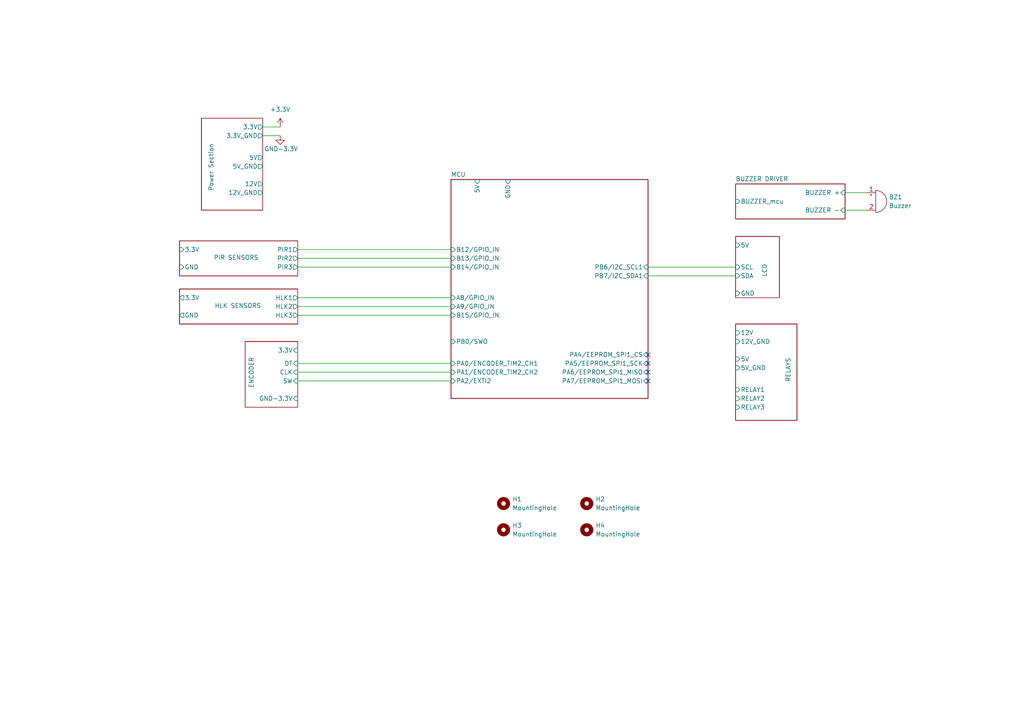
<source format=kicad_sch>
(kicad_sch
	(version 20250114)
	(generator "eeschema")
	(generator_version "9.0")
	(uuid "f41306b9-7b2a-47ad-8a6e-226fbfa024ae")
	(paper "A4")
	(lib_symbols
		(symbol "Device:Buzzer"
			(pin_names
				(offset 0.0254)
				(hide yes)
			)
			(exclude_from_sim no)
			(in_bom yes)
			(on_board yes)
			(property "Reference" "BZ"
				(at 3.81 1.27 0)
				(effects
					(font
						(size 1.27 1.27)
					)
					(justify left)
				)
			)
			(property "Value" "Buzzer"
				(at 3.81 -1.27 0)
				(effects
					(font
						(size 1.27 1.27)
					)
					(justify left)
				)
			)
			(property "Footprint" ""
				(at -0.635 2.54 90)
				(effects
					(font
						(size 1.27 1.27)
					)
					(hide yes)
				)
			)
			(property "Datasheet" "~"
				(at -0.635 2.54 90)
				(effects
					(font
						(size 1.27 1.27)
					)
					(hide yes)
				)
			)
			(property "Description" "Buzzer, polarized"
				(at 0 0 0)
				(effects
					(font
						(size 1.27 1.27)
					)
					(hide yes)
				)
			)
			(property "ki_keywords" "quartz resonator ceramic"
				(at 0 0 0)
				(effects
					(font
						(size 1.27 1.27)
					)
					(hide yes)
				)
			)
			(property "ki_fp_filters" "*Buzzer*"
				(at 0 0 0)
				(effects
					(font
						(size 1.27 1.27)
					)
					(hide yes)
				)
			)
			(symbol "Buzzer_0_1"
				(polyline
					(pts
						(xy -1.651 1.905) (xy -1.143 1.905)
					)
					(stroke
						(width 0)
						(type default)
					)
					(fill
						(type none)
					)
				)
				(polyline
					(pts
						(xy -1.397 2.159) (xy -1.397 1.651)
					)
					(stroke
						(width 0)
						(type default)
					)
					(fill
						(type none)
					)
				)
				(arc
					(start 0 3.175)
					(mid 3.1612 0)
					(end 0 -3.175)
					(stroke
						(width 0)
						(type default)
					)
					(fill
						(type none)
					)
				)
				(polyline
					(pts
						(xy 0 3.175) (xy 0 -3.175)
					)
					(stroke
						(width 0)
						(type default)
					)
					(fill
						(type none)
					)
				)
			)
			(symbol "Buzzer_1_1"
				(pin passive line
					(at -2.54 2.54 0)
					(length 2.54)
					(name "+"
						(effects
							(font
								(size 1.27 1.27)
							)
						)
					)
					(number "1"
						(effects
							(font
								(size 1.27 1.27)
							)
						)
					)
				)
				(pin passive line
					(at -2.54 -2.54 0)
					(length 2.54)
					(name "-"
						(effects
							(font
								(size 1.27 1.27)
							)
						)
					)
					(number "2"
						(effects
							(font
								(size 1.27 1.27)
							)
						)
					)
				)
			)
			(embedded_fonts no)
		)
		(symbol "Mechanical:MountingHole"
			(pin_names
				(offset 1.016)
			)
			(exclude_from_sim no)
			(in_bom no)
			(on_board yes)
			(property "Reference" "H"
				(at 0 5.08 0)
				(effects
					(font
						(size 1.27 1.27)
					)
				)
			)
			(property "Value" "MountingHole"
				(at 0 3.175 0)
				(effects
					(font
						(size 1.27 1.27)
					)
				)
			)
			(property "Footprint" ""
				(at 0 0 0)
				(effects
					(font
						(size 1.27 1.27)
					)
					(hide yes)
				)
			)
			(property "Datasheet" "~"
				(at 0 0 0)
				(effects
					(font
						(size 1.27 1.27)
					)
					(hide yes)
				)
			)
			(property "Description" "Mounting Hole without connection"
				(at 0 0 0)
				(effects
					(font
						(size 1.27 1.27)
					)
					(hide yes)
				)
			)
			(property "ki_keywords" "mounting hole"
				(at 0 0 0)
				(effects
					(font
						(size 1.27 1.27)
					)
					(hide yes)
				)
			)
			(property "ki_fp_filters" "MountingHole*"
				(at 0 0 0)
				(effects
					(font
						(size 1.27 1.27)
					)
					(hide yes)
				)
			)
			(symbol "MountingHole_0_1"
				(circle
					(center 0 0)
					(radius 1.27)
					(stroke
						(width 1.27)
						(type default)
					)
					(fill
						(type none)
					)
				)
			)
			(embedded_fonts no)
		)
		(symbol "power:+3.3V"
			(power)
			(pin_numbers
				(hide yes)
			)
			(pin_names
				(offset 0)
				(hide yes)
			)
			(exclude_from_sim no)
			(in_bom yes)
			(on_board yes)
			(property "Reference" "#PWR"
				(at 0 -3.81 0)
				(effects
					(font
						(size 1.27 1.27)
					)
					(hide yes)
				)
			)
			(property "Value" "+3.3V"
				(at 0 3.556 0)
				(effects
					(font
						(size 1.27 1.27)
					)
				)
			)
			(property "Footprint" ""
				(at 0 0 0)
				(effects
					(font
						(size 1.27 1.27)
					)
					(hide yes)
				)
			)
			(property "Datasheet" ""
				(at 0 0 0)
				(effects
					(font
						(size 1.27 1.27)
					)
					(hide yes)
				)
			)
			(property "Description" "Power symbol creates a global label with name \"+3.3V\""
				(at 0 0 0)
				(effects
					(font
						(size 1.27 1.27)
					)
					(hide yes)
				)
			)
			(property "ki_keywords" "global power"
				(at 0 0 0)
				(effects
					(font
						(size 1.27 1.27)
					)
					(hide yes)
				)
			)
			(symbol "+3.3V_0_1"
				(polyline
					(pts
						(xy -0.762 1.27) (xy 0 2.54)
					)
					(stroke
						(width 0)
						(type default)
					)
					(fill
						(type none)
					)
				)
				(polyline
					(pts
						(xy 0 2.54) (xy 0.762 1.27)
					)
					(stroke
						(width 0)
						(type default)
					)
					(fill
						(type none)
					)
				)
				(polyline
					(pts
						(xy 0 0) (xy 0 2.54)
					)
					(stroke
						(width 0)
						(type default)
					)
					(fill
						(type none)
					)
				)
			)
			(symbol "+3.3V_1_1"
				(pin power_in line
					(at 0 0 90)
					(length 0)
					(name "~"
						(effects
							(font
								(size 1.27 1.27)
							)
						)
					)
					(number "1"
						(effects
							(font
								(size 1.27 1.27)
							)
						)
					)
				)
			)
			(embedded_fonts no)
		)
		(symbol "power:GND"
			(power)
			(pin_numbers
				(hide yes)
			)
			(pin_names
				(offset 0)
				(hide yes)
			)
			(exclude_from_sim no)
			(in_bom yes)
			(on_board yes)
			(property "Reference" "#PWR"
				(at 0 -6.35 0)
				(effects
					(font
						(size 1.27 1.27)
					)
					(hide yes)
				)
			)
			(property "Value" "GND"
				(at 0 -3.81 0)
				(effects
					(font
						(size 1.27 1.27)
					)
				)
			)
			(property "Footprint" ""
				(at 0 0 0)
				(effects
					(font
						(size 1.27 1.27)
					)
					(hide yes)
				)
			)
			(property "Datasheet" ""
				(at 0 0 0)
				(effects
					(font
						(size 1.27 1.27)
					)
					(hide yes)
				)
			)
			(property "Description" "Power symbol creates a global label with name \"GND\" , ground"
				(at 0 0 0)
				(effects
					(font
						(size 1.27 1.27)
					)
					(hide yes)
				)
			)
			(property "ki_keywords" "global power"
				(at 0 0 0)
				(effects
					(font
						(size 1.27 1.27)
					)
					(hide yes)
				)
			)
			(symbol "GND_0_1"
				(polyline
					(pts
						(xy 0 0) (xy 0 -1.27) (xy 1.27 -1.27) (xy 0 -2.54) (xy -1.27 -1.27) (xy 0 -1.27)
					)
					(stroke
						(width 0)
						(type default)
					)
					(fill
						(type none)
					)
				)
			)
			(symbol "GND_1_1"
				(pin power_in line
					(at 0 0 270)
					(length 0)
					(name "~"
						(effects
							(font
								(size 1.27 1.27)
							)
						)
					)
					(number "1"
						(effects
							(font
								(size 1.27 1.27)
							)
						)
					)
				)
			)
			(embedded_fonts no)
		)
	)
	(no_connect
		(at 187.96 105.41)
		(uuid "1bf2c07f-8a06-42b0-bccf-05ad23cc9892")
	)
	(no_connect
		(at 187.96 110.49)
		(uuid "48758803-3732-4fde-a933-3007e1612dc3")
	)
	(no_connect
		(at 187.96 107.95)
		(uuid "ad1317f9-89dc-45b4-b14c-aa701fd777d1")
	)
	(no_connect
		(at 187.96 102.87)
		(uuid "c93f285b-3498-4da4-bac9-c85df13b7e43")
	)
	(wire
		(pts
			(xy 86.36 74.93) (xy 130.81 74.93)
		)
		(stroke
			(width 0)
			(type default)
		)
		(uuid "2a4eafad-4792-4c2e-8e30-0802b8945b1e")
	)
	(wire
		(pts
			(xy 187.96 77.47) (xy 213.36 77.47)
		)
		(stroke
			(width 0)
			(type default)
		)
		(uuid "5850457b-21bd-43d8-9c22-6d05cf2fa29c")
	)
	(wire
		(pts
			(xy 86.36 88.9) (xy 130.81 88.9)
		)
		(stroke
			(width 0)
			(type default)
		)
		(uuid "5d31337e-67e8-4346-a176-9ea5f20c4f65")
	)
	(wire
		(pts
			(xy 86.36 77.47) (xy 130.81 77.47)
		)
		(stroke
			(width 0)
			(type default)
		)
		(uuid "614c904c-6f44-43a7-9463-e2507995c705")
	)
	(wire
		(pts
			(xy 187.96 80.01) (xy 213.36 80.01)
		)
		(stroke
			(width 0)
			(type default)
		)
		(uuid "649f9a57-9711-47a5-9d3e-19fb42146081")
	)
	(wire
		(pts
			(xy 245.11 55.88) (xy 251.46 55.88)
		)
		(stroke
			(width 0)
			(type default)
		)
		(uuid "6fcbfeed-a084-4962-b0fd-ece5a44a07dc")
	)
	(wire
		(pts
			(xy 86.36 110.49) (xy 130.81 110.49)
		)
		(stroke
			(width 0)
			(type default)
		)
		(uuid "72048ae6-382b-48c1-92fa-f976147e5802")
	)
	(wire
		(pts
			(xy 245.11 60.96) (xy 251.46 60.96)
		)
		(stroke
			(width 0)
			(type default)
		)
		(uuid "7a4349b6-9881-45d8-a071-3ee20e09d838")
	)
	(wire
		(pts
			(xy 86.36 107.95) (xy 130.81 107.95)
		)
		(stroke
			(width 0)
			(type default)
		)
		(uuid "7c61100a-9f3c-4d5b-b13d-45e0f6362834")
	)
	(wire
		(pts
			(xy 86.36 86.36) (xy 130.81 86.36)
		)
		(stroke
			(width 0)
			(type default)
		)
		(uuid "8f7987ef-f527-4895-8582-e07285b4f241")
	)
	(wire
		(pts
			(xy 86.36 105.41) (xy 130.81 105.41)
		)
		(stroke
			(width 0)
			(type default)
		)
		(uuid "91cc1475-64dd-470c-80cb-2c6b3782cd9f")
	)
	(wire
		(pts
			(xy 86.36 91.44) (xy 130.81 91.44)
		)
		(stroke
			(width 0)
			(type default)
		)
		(uuid "9aec7131-d822-4eeb-99a4-d868692b4f9b")
	)
	(wire
		(pts
			(xy 76.2 36.83) (xy 81.28 36.83)
		)
		(stroke
			(width 0)
			(type default)
		)
		(uuid "9b13c4f4-1180-452b-9ac0-5ca616ec055f")
	)
	(wire
		(pts
			(xy 76.2 39.37) (xy 81.28 39.37)
		)
		(stroke
			(width 0)
			(type default)
		)
		(uuid "bd9716f2-b19a-4d68-9045-bef2a475cadc")
	)
	(wire
		(pts
			(xy 86.36 72.39) (xy 130.81 72.39)
		)
		(stroke
			(width 0)
			(type default)
		)
		(uuid "ec2e0a06-e042-4fef-9046-005d30c3d27b")
	)
	(symbol
		(lib_id "Mechanical:MountingHole")
		(at 170.18 153.67 0)
		(unit 1)
		(exclude_from_sim no)
		(in_bom no)
		(on_board yes)
		(dnp no)
		(fields_autoplaced yes)
		(uuid "8e376da8-5e2c-4037-a96d-f58c0e4f4890")
		(property "Reference" "H4"
			(at 172.72 152.3999 0)
			(effects
				(font
					(size 1.27 1.27)
				)
				(justify left)
			)
		)
		(property "Value" "MountingHole"
			(at 172.72 154.9399 0)
			(effects
				(font
					(size 1.27 1.27)
				)
				(justify left)
			)
		)
		(property "Footprint" "MountingHole:MountingHole_4.3mm_M4"
			(at 170.18 153.67 0)
			(effects
				(font
					(size 1.27 1.27)
				)
				(hide yes)
			)
		)
		(property "Datasheet" "~"
			(at 170.18 153.67 0)
			(effects
				(font
					(size 1.27 1.27)
				)
				(hide yes)
			)
		)
		(property "Description" "Mounting Hole without connection"
			(at 170.18 153.67 0)
			(effects
				(font
					(size 1.27 1.27)
				)
				(hide yes)
			)
		)
		(instances
			(project "UV360"
				(path "/f41306b9-7b2a-47ad-8a6e-226fbfa024ae"
					(reference "H4")
					(unit 1)
				)
			)
		)
	)
	(symbol
		(lib_id "Mechanical:MountingHole")
		(at 146.05 153.67 0)
		(unit 1)
		(exclude_from_sim no)
		(in_bom no)
		(on_board yes)
		(dnp no)
		(fields_autoplaced yes)
		(uuid "8ec5c77a-4f93-445a-9a4c-b3c86e9a3e96")
		(property "Reference" "H3"
			(at 148.59 152.3999 0)
			(effects
				(font
					(size 1.27 1.27)
				)
				(justify left)
			)
		)
		(property "Value" "MountingHole"
			(at 148.59 154.9399 0)
			(effects
				(font
					(size 1.27 1.27)
				)
				(justify left)
			)
		)
		(property "Footprint" "MountingHole:MountingHole_4.3mm_M4"
			(at 146.05 153.67 0)
			(effects
				(font
					(size 1.27 1.27)
				)
				(hide yes)
			)
		)
		(property "Datasheet" "~"
			(at 146.05 153.67 0)
			(effects
				(font
					(size 1.27 1.27)
				)
				(hide yes)
			)
		)
		(property "Description" "Mounting Hole without connection"
			(at 146.05 153.67 0)
			(effects
				(font
					(size 1.27 1.27)
				)
				(hide yes)
			)
		)
		(instances
			(project "UV360"
				(path "/f41306b9-7b2a-47ad-8a6e-226fbfa024ae"
					(reference "H3")
					(unit 1)
				)
			)
		)
	)
	(symbol
		(lib_id "Mechanical:MountingHole")
		(at 170.18 146.05 0)
		(unit 1)
		(exclude_from_sim no)
		(in_bom no)
		(on_board yes)
		(dnp no)
		(fields_autoplaced yes)
		(uuid "b772f836-2bed-41c5-a16a-f5b57590c3d9")
		(property "Reference" "H2"
			(at 172.72 144.7799 0)
			(effects
				(font
					(size 1.27 1.27)
				)
				(justify left)
			)
		)
		(property "Value" "MountingHole"
			(at 172.72 147.3199 0)
			(effects
				(font
					(size 1.27 1.27)
				)
				(justify left)
			)
		)
		(property "Footprint" "MountingHole:MountingHole_4.3mm_M4"
			(at 170.18 146.05 0)
			(effects
				(font
					(size 1.27 1.27)
				)
				(hide yes)
			)
		)
		(property "Datasheet" "~"
			(at 170.18 146.05 0)
			(effects
				(font
					(size 1.27 1.27)
				)
				(hide yes)
			)
		)
		(property "Description" "Mounting Hole without connection"
			(at 170.18 146.05 0)
			(effects
				(font
					(size 1.27 1.27)
				)
				(hide yes)
			)
		)
		(instances
			(project "UV360"
				(path "/f41306b9-7b2a-47ad-8a6e-226fbfa024ae"
					(reference "H2")
					(unit 1)
				)
			)
		)
	)
	(symbol
		(lib_id "Device:Buzzer")
		(at 254 58.42 0)
		(unit 1)
		(exclude_from_sim no)
		(in_bom yes)
		(on_board yes)
		(dnp no)
		(fields_autoplaced yes)
		(uuid "c64b3e36-c418-4e22-969f-57e8c3799b84")
		(property "Reference" "BZ1"
			(at 257.81 57.1499 0)
			(effects
				(font
					(size 1.27 1.27)
				)
				(justify left)
			)
		)
		(property "Value" "Buzzer"
			(at 257.81 59.6899 0)
			(effects
				(font
					(size 1.27 1.27)
				)
				(justify left)
			)
		)
		(property "Footprint" "Buzzer_Beeper:Buzzer_12x9.5RM7.6"
			(at 253.365 55.88 90)
			(effects
				(font
					(size 1.27 1.27)
				)
				(hide yes)
			)
		)
		(property "Datasheet" "~"
			(at 253.365 55.88 90)
			(effects
				(font
					(size 1.27 1.27)
				)
				(hide yes)
			)
		)
		(property "Description" "Buzzer, polarized"
			(at 254 58.42 0)
			(effects
				(font
					(size 1.27 1.27)
				)
				(hide yes)
			)
		)
		(pin "1"
			(uuid "a91673f3-fe5f-4ae4-a7d4-7dee53211486")
		)
		(pin "2"
			(uuid "4864fa47-0e22-4fd2-be92-579a545dd62e")
		)
		(instances
			(project "UV360"
				(path "/f41306b9-7b2a-47ad-8a6e-226fbfa024ae"
					(reference "BZ1")
					(unit 1)
				)
			)
		)
	)
	(symbol
		(lib_id "power:GND")
		(at 81.28 39.37 0)
		(unit 1)
		(exclude_from_sim no)
		(in_bom yes)
		(on_board yes)
		(dnp no)
		(uuid "ca718584-3415-45c8-8439-950150fafdeb")
		(property "Reference" "#PWR02"
			(at 81.28 45.72 0)
			(effects
				(font
					(size 1.27 1.27)
				)
				(hide yes)
			)
		)
		(property "Value" "GND-3.3V"
			(at 81.534 43.18 0)
			(effects
				(font
					(size 1.27 1.27)
				)
			)
		)
		(property "Footprint" ""
			(at 81.28 39.37 0)
			(effects
				(font
					(size 1.27 1.27)
				)
				(hide yes)
			)
		)
		(property "Datasheet" ""
			(at 81.28 39.37 0)
			(effects
				(font
					(size 1.27 1.27)
				)
				(hide yes)
			)
		)
		(property "Description" "Power symbol creates a global label with name \"GND\" , ground"
			(at 81.28 39.37 0)
			(effects
				(font
					(size 1.27 1.27)
				)
				(hide yes)
			)
		)
		(pin "1"
			(uuid "e66d00dd-b653-4504-8e0a-5c810dc22125")
		)
		(instances
			(project ""
				(path "/f41306b9-7b2a-47ad-8a6e-226fbfa024ae"
					(reference "#PWR02")
					(unit 1)
				)
			)
		)
	)
	(symbol
		(lib_id "power:+3.3V")
		(at 81.28 36.83 0)
		(unit 1)
		(exclude_from_sim no)
		(in_bom yes)
		(on_board yes)
		(dnp no)
		(fields_autoplaced yes)
		(uuid "e5028b69-c5f2-43ec-a52b-2695799455fd")
		(property "Reference" "#PWR01"
			(at 81.28 40.64 0)
			(effects
				(font
					(size 1.27 1.27)
				)
				(hide yes)
			)
		)
		(property "Value" "+3.3V"
			(at 81.28 31.75 0)
			(effects
				(font
					(size 1.27 1.27)
				)
			)
		)
		(property "Footprint" ""
			(at 81.28 36.83 0)
			(effects
				(font
					(size 1.27 1.27)
				)
				(hide yes)
			)
		)
		(property "Datasheet" ""
			(at 81.28 36.83 0)
			(effects
				(font
					(size 1.27 1.27)
				)
				(hide yes)
			)
		)
		(property "Description" "Power symbol creates a global label with name \"+3.3V\""
			(at 81.28 36.83 0)
			(effects
				(font
					(size 1.27 1.27)
				)
				(hide yes)
			)
		)
		(pin "1"
			(uuid "c921caae-3373-4f2c-bcc0-38ecadd449d3")
		)
		(instances
			(project ""
				(path "/f41306b9-7b2a-47ad-8a6e-226fbfa024ae"
					(reference "#PWR01")
					(unit 1)
				)
			)
		)
	)
	(symbol
		(lib_id "Mechanical:MountingHole")
		(at 146.05 146.05 0)
		(unit 1)
		(exclude_from_sim no)
		(in_bom no)
		(on_board yes)
		(dnp no)
		(fields_autoplaced yes)
		(uuid "f35b81fd-bc9f-4894-ba07-c968eb79add7")
		(property "Reference" "H1"
			(at 148.59 144.7799 0)
			(effects
				(font
					(size 1.27 1.27)
				)
				(justify left)
			)
		)
		(property "Value" "MountingHole"
			(at 148.59 147.3199 0)
			(effects
				(font
					(size 1.27 1.27)
				)
				(justify left)
			)
		)
		(property "Footprint" "MountingHole:MountingHole_4.3mm_M4"
			(at 146.05 146.05 0)
			(effects
				(font
					(size 1.27 1.27)
				)
				(hide yes)
			)
		)
		(property "Datasheet" "~"
			(at 146.05 146.05 0)
			(effects
				(font
					(size 1.27 1.27)
				)
				(hide yes)
			)
		)
		(property "Description" "Mounting Hole without connection"
			(at 146.05 146.05 0)
			(effects
				(font
					(size 1.27 1.27)
				)
				(hide yes)
			)
		)
		(instances
			(project "UV360"
				(path "/f41306b9-7b2a-47ad-8a6e-226fbfa024ae"
					(reference "H1")
					(unit 1)
				)
			)
		)
	)
	(sheet
		(at 52.07 83.82)
		(size 34.29 10.16)
		(exclude_from_sim no)
		(in_bom yes)
		(on_board yes)
		(dnp no)
		(stroke
			(width 0.1524)
			(type solid)
		)
		(fill
			(color 0 0 0 0.0000)
		)
		(uuid "11559f8b-857b-4588-b471-2a85320dba3f")
		(property "Sheetname" "HLK SENSORS"
			(at 62.23 89.408 0)
			(effects
				(font
					(size 1.27 1.27)
				)
				(justify left bottom)
			)
		)
		(property "Sheetfile" "hlk_sensors.kicad_sch"
			(at 52.07 97.1046 0)
			(effects
				(font
					(size 1.27 1.27)
				)
				(justify left top)
				(hide yes)
			)
		)
		(pin "HLK1" output
			(at 86.36 86.36 0)
			(uuid "cb844d65-96c2-445e-96fa-2fdb1357a44a")
			(effects
				(font
					(size 1.27 1.27)
				)
				(justify right)
			)
		)
		(pin "HLK2" output
			(at 86.36 88.9 0)
			(uuid "8f8daae4-ce57-4368-84cf-7ea5e7b2391a")
			(effects
				(font
					(size 1.27 1.27)
				)
				(justify right)
			)
		)
		(pin "HLK3" output
			(at 86.36 91.44 0)
			(uuid "69369fdf-a9e6-4266-bf2e-41f4c38f2859")
			(effects
				(font
					(size 1.27 1.27)
				)
				(justify right)
			)
		)
		(pin "3.3V" output
			(at 52.07 86.36 180)
			(uuid "5bb45f5c-246b-4602-89cf-68d675e2e536")
			(effects
				(font
					(size 1.27 1.27)
				)
				(justify left)
			)
		)
		(pin "GND" output
			(at 52.07 91.44 180)
			(uuid "aca8ce33-4b2d-4a5f-aa74-774553f8eb94")
			(effects
				(font
					(size 1.27 1.27)
				)
				(justify left)
			)
		)
		(instances
			(project "UV360"
				(path "/f41306b9-7b2a-47ad-8a6e-226fbfa024ae"
					(page "4")
				)
			)
		)
	)
	(sheet
		(at 58.42 34.29)
		(size 17.78 26.67)
		(exclude_from_sim no)
		(in_bom yes)
		(on_board yes)
		(dnp no)
		(stroke
			(width 0.1524)
			(type solid)
		)
		(fill
			(color 0 0 0 0.0000)
		)
		(uuid "2238c2cb-1cbe-4b05-8ab7-3f665ba8c847")
		(property "Sheetname" "Power Section"
			(at 61.976 55.372 90)
			(effects
				(font
					(size 1.27 1.27)
				)
				(justify left bottom)
			)
		)
		(property "Sheetfile" "power_section.kicad_sch"
			(at 58.42 55.1946 0)
			(effects
				(font
					(size 1.27 1.27)
				)
				(justify left top)
				(hide yes)
			)
		)
		(pin "3.3V" output
			(at 76.2 36.83 0)
			(uuid "90cd23b1-a207-4552-a9f9-4e6fb45d266f")
			(effects
				(font
					(size 1.27 1.27)
				)
				(justify right)
			)
		)
		(pin "3.3V_GND" output
			(at 76.2 39.37 0)
			(uuid "6b19efeb-f5e6-4d21-aa95-ae806af4a1de")
			(effects
				(font
					(size 1.27 1.27)
				)
				(justify right)
			)
		)
		(pin "5V" output
			(at 76.2 45.72 0)
			(uuid "fc72536a-1521-4111-9806-ed5b28bd2fe3")
			(effects
				(font
					(size 1.27 1.27)
				)
				(justify right)
			)
		)
		(pin "5V_GND" output
			(at 76.2 48.26 0)
			(uuid "8144962e-ab51-4994-8e3d-eede6648224f")
			(effects
				(font
					(size 1.27 1.27)
				)
				(justify right)
			)
		)
		(pin "12V" output
			(at 76.2 53.34 0)
			(uuid "9ea583cf-0936-4c19-be1d-e9eaf59c29dc")
			(effects
				(font
					(size 1.27 1.27)
				)
				(justify right)
			)
		)
		(pin "12V_GND" output
			(at 76.2 55.88 0)
			(uuid "8b5969a5-9acf-471e-894f-bbf81e214c3b")
			(effects
				(font
					(size 1.27 1.27)
				)
				(justify right)
			)
		)
		(instances
			(project "UV360"
				(path "/f41306b9-7b2a-47ad-8a6e-226fbfa024ae"
					(page "8")
				)
			)
		)
	)
	(sheet
		(at 213.36 53.34)
		(size 31.75 10.16)
		(exclude_from_sim no)
		(in_bom yes)
		(on_board yes)
		(dnp no)
		(fields_autoplaced yes)
		(stroke
			(width 0.1524)
			(type solid)
		)
		(fill
			(color 0 0 0 0.0000)
		)
		(uuid "5066033e-e1b9-4cfc-b622-592b58f9064f")
		(property "Sheetname" "BUZZER DRIVER"
			(at 213.36 52.6284 0)
			(effects
				(font
					(size 1.27 1.27)
				)
				(justify left bottom)
			)
		)
		(property "Sheetfile" "buzzer driver.kicad_sch"
			(at 213.36 64.0846 0)
			(effects
				(font
					(size 1.27 1.27)
				)
				(justify left top)
				(hide yes)
			)
		)
		(pin "BUZZER +" input
			(at 245.11 55.88 0)
			(uuid "5d778d6e-748c-4e04-be7a-8b1eba03e3e1")
			(effects
				(font
					(size 1.27 1.27)
				)
				(justify right)
			)
		)
		(pin "BUZZER -" input
			(at 245.11 60.96 0)
			(uuid "9cc1a046-8e00-43fb-a148-1749e4e43dd0")
			(effects
				(font
					(size 1.27 1.27)
				)
				(justify right)
			)
		)
		(pin "BUZZER_mcu" input
			(at 213.36 58.42 180)
			(uuid "14e1ca55-c282-470e-ab51-6dde82505d0e")
			(effects
				(font
					(size 1.27 1.27)
				)
				(justify left)
			)
		)
		(instances
			(project "UV360"
				(path "/f41306b9-7b2a-47ad-8a6e-226fbfa024ae"
					(page "2")
				)
			)
		)
	)
	(sheet
		(at 52.07 69.85)
		(size 34.29 10.16)
		(exclude_from_sim no)
		(in_bom yes)
		(on_board yes)
		(dnp no)
		(stroke
			(width 0.1524)
			(type solid)
		)
		(fill
			(color 0 0 0 0.0000)
		)
		(uuid "5235c0b2-ed00-4052-87b3-aafa4437d860")
		(property "Sheetname" "PIR SENSORS"
			(at 61.976 75.438 0)
			(effects
				(font
					(size 1.27 1.27)
				)
				(justify left bottom)
			)
		)
		(property "Sheetfile" "pir_sensors.kicad_sch"
			(at 52.07 81.8646 0)
			(effects
				(font
					(size 1.27 1.27)
				)
				(justify left top)
				(hide yes)
			)
		)
		(pin "PIR1" output
			(at 86.36 72.39 0)
			(uuid "33eeb874-96e5-4eca-9589-8b6f2b493dfc")
			(effects
				(font
					(size 1.27 1.27)
				)
				(justify right)
			)
		)
		(pin "PIR2" output
			(at 86.36 74.93 0)
			(uuid "408797b9-9cfa-432f-a7f1-0d065381162e")
			(effects
				(font
					(size 1.27 1.27)
				)
				(justify right)
			)
		)
		(pin "PIR3" output
			(at 86.36 77.47 0)
			(uuid "176c5b8a-a6d6-494d-874b-dcdd23fda2cb")
			(effects
				(font
					(size 1.27 1.27)
				)
				(justify right)
			)
		)
		(pin "3.3V" input
			(at 52.07 72.39 180)
			(uuid "02502962-95ac-4d0b-9135-603135cfc16f")
			(effects
				(font
					(size 1.27 1.27)
				)
				(justify left)
			)
		)
		(pin "GND" input
			(at 52.07 77.47 180)
			(uuid "47dfcfae-036c-4027-98d0-f4940386c43a")
			(effects
				(font
					(size 1.27 1.27)
				)
				(justify left)
			)
		)
		(instances
			(project "UV360"
				(path "/f41306b9-7b2a-47ad-8a6e-226fbfa024ae"
					(page "7")
				)
			)
		)
	)
	(sheet
		(at 213.36 93.98)
		(size 17.78 27.94)
		(exclude_from_sim no)
		(in_bom yes)
		(on_board yes)
		(dnp no)
		(stroke
			(width 0.1524)
			(type solid)
		)
		(fill
			(color 0 0 0 0.0000)
		)
		(uuid "71c6869c-4437-4a0b-9134-bccbb94230d1")
		(property "Sheetname" "RELAYS"
			(at 229.362 110.744 90)
			(effects
				(font
					(size 1.27 1.27)
				)
				(justify left bottom)
			)
		)
		(property "Sheetfile" "relays.kicad_sch"
			(at 213.36 123.7746 0)
			(effects
				(font
					(size 1.27 1.27)
				)
				(justify left top)
				(hide yes)
			)
		)
		(pin "RELAY1" input
			(at 213.36 113.03 180)
			(uuid "d0df789f-426c-4d53-ad90-31525878e34b")
			(effects
				(font
					(size 1.27 1.27)
				)
				(justify left)
			)
		)
		(pin "RELAY2" input
			(at 213.36 115.57 180)
			(uuid "b0e664e0-61aa-495a-9a2e-61bbcef376a3")
			(effects
				(font
					(size 1.27 1.27)
				)
				(justify left)
			)
		)
		(pin "RELAY3" input
			(at 213.36 118.11 180)
			(uuid "a3c2f4de-a474-4506-a329-b6f773b3af7b")
			(effects
				(font
					(size 1.27 1.27)
				)
				(justify left)
			)
		)
		(pin "5V" input
			(at 213.36 104.14 180)
			(uuid "1ba6f2a7-4aa0-4eda-8c5c-94542a9e8dc3")
			(effects
				(font
					(size 1.27 1.27)
				)
				(justify left)
			)
		)
		(pin "5V_GND" input
			(at 213.36 106.68 180)
			(uuid "cb37bece-7108-45f9-9800-f85043c4a5d5")
			(effects
				(font
					(size 1.27 1.27)
				)
				(justify left)
			)
		)
		(pin "12V" input
			(at 213.36 96.52 180)
			(uuid "65b3a693-5b2b-4abb-b4ec-22ef3173db7e")
			(effects
				(font
					(size 1.27 1.27)
				)
				(justify left)
			)
		)
		(pin "12V_GND" input
			(at 213.36 99.06 180)
			(uuid "197b166a-bf98-4cb6-8500-e61221bf7d7d")
			(effects
				(font
					(size 1.27 1.27)
				)
				(justify left)
			)
		)
		(instances
			(project "UV360"
				(path "/f41306b9-7b2a-47ad-8a6e-226fbfa024ae"
					(page "9")
				)
			)
		)
	)
	(sheet
		(at 213.36 68.58)
		(size 12.7 17.78)
		(exclude_from_sim no)
		(in_bom yes)
		(on_board yes)
		(dnp no)
		(stroke
			(width 0.1524)
			(type solid)
		)
		(fill
			(color 0 0 0 0.0000)
		)
		(uuid "862a89cd-6987-49ab-92a1-73fd51506e34")
		(property "Sheetname" "LCD"
			(at 222.504 80.264 90)
			(effects
				(font
					(size 1.27 1.27)
				)
				(justify left bottom)
			)
		)
		(property "Sheetfile" "lcd.kicad_sch"
			(at 213.36 84.4046 0)
			(effects
				(font
					(size 1.27 1.27)
				)
				(justify left top)
				(hide yes)
			)
		)
		(pin "5V" input
			(at 213.36 71.12 180)
			(uuid "e1628339-270a-463f-8283-e91d24a98895")
			(effects
				(font
					(size 1.27 1.27)
				)
				(justify left)
			)
		)
		(pin "GND" input
			(at 213.36 85.09 180)
			(uuid "4217809a-9213-4f5c-9baa-0e2974879443")
			(effects
				(font
					(size 1.27 1.27)
				)
				(justify left)
			)
		)
		(pin "SCL" input
			(at 213.36 77.47 180)
			(uuid "8fe17864-564c-4719-a2a8-74727e1e2038")
			(effects
				(font
					(size 1.27 1.27)
				)
				(justify left)
			)
		)
		(pin "SDA" input
			(at 213.36 80.01 180)
			(uuid "111c9f23-6fa5-4a14-9288-1f6f7ae6dcb4")
			(effects
				(font
					(size 1.27 1.27)
				)
				(justify left)
			)
		)
		(instances
			(project "UV360"
				(path "/f41306b9-7b2a-47ad-8a6e-226fbfa024ae"
					(page "5")
				)
			)
		)
	)
	(sheet
		(at 71.12 99.06)
		(size 15.24 19.05)
		(exclude_from_sim no)
		(in_bom yes)
		(on_board yes)
		(dnp no)
		(stroke
			(width 0.1524)
			(type solid)
		)
		(fill
			(color 0 0 0 0.0000)
		)
		(uuid "f30efa66-8311-4030-9231-c97b58e79542")
		(property "Sheetname" "ENCODER"
			(at 73.66 112.522 90)
			(effects
				(font
					(size 1.27 1.27)
				)
				(justify left bottom)
			)
		)
		(property "Sheetfile" "encoder.kicad_sch"
			(at 71.12 117.4246 0)
			(effects
				(font
					(size 1.27 1.27)
				)
				(justify left top)
				(hide yes)
			)
		)
		(pin "3.3V" input
			(at 86.36 101.6 0)
			(uuid "1d7eb43a-f166-4e60-9487-27e7beef286a")
			(effects
				(font
					(size 1.27 1.27)
				)
				(justify right)
			)
		)
		(pin "CLK" input
			(at 86.36 107.95 0)
			(uuid "46cc858b-4578-4797-a895-c24b85b8955e")
			(effects
				(font
					(size 1.27 1.27)
				)
				(justify right)
			)
		)
		(pin "DT" input
			(at 86.36 105.41 0)
			(uuid "d03d1f78-c966-4b44-9f8a-50826128f560")
			(effects
				(font
					(size 1.27 1.27)
				)
				(justify right)
			)
		)
		(pin "GND-3.3V" input
			(at 86.36 115.57 0)
			(uuid "ee93a318-3dbe-446b-887f-bf0355a83f53")
			(effects
				(font
					(size 1.27 1.27)
				)
				(justify right)
			)
		)
		(pin "SW" input
			(at 86.36 110.49 0)
			(uuid "ee63f516-5c35-4bb6-ac77-7675da28b4c5")
			(effects
				(font
					(size 1.27 1.27)
				)
				(justify right)
			)
		)
		(instances
			(project "UV360"
				(path "/f41306b9-7b2a-47ad-8a6e-226fbfa024ae"
					(page "3")
				)
			)
		)
	)
	(sheet
		(at 130.81 52.07)
		(size 57.15 63.5)
		(exclude_from_sim no)
		(in_bom yes)
		(on_board yes)
		(dnp no)
		(fields_autoplaced yes)
		(stroke
			(width 0.1524)
			(type solid)
		)
		(fill
			(color 0 0 0 0.0000)
		)
		(uuid "f4d82b3a-bbb4-4fe5-a2df-8794b99835a2")
		(property "Sheetname" "MCU"
			(at 130.81 51.3584 0)
			(effects
				(font
					(size 1.27 1.27)
				)
				(justify left bottom)
			)
		)
		(property "Sheetfile" "mcu.kicad_sch"
			(at 130.81 116.1546 0)
			(effects
				(font
					(size 1.27 1.27)
				)
				(justify left top)
				(hide yes)
			)
		)
		(pin "5V" input
			(at 138.43 52.07 90)
			(uuid "0c0ca2e5-dc62-4533-ae3c-6acb749e6a6d")
			(effects
				(font
					(size 1.27 1.27)
				)
				(justify right)
			)
		)
		(pin "GND" input
			(at 147.32 52.07 90)
			(uuid "da9963e6-c779-469a-bcd0-35e05c043c83")
			(effects
				(font
					(size 1.27 1.27)
				)
				(justify right)
			)
		)
		(pin "PA0{slash}ENCODER_TIM2_CH1" input
			(at 130.81 105.41 180)
			(uuid "64fea16e-568a-4cb6-ade1-72b893510647")
			(effects
				(font
					(size 1.27 1.27)
				)
				(justify left)
			)
		)
		(pin "PA1{slash}ENCODER_TIM2_CH2" input
			(at 130.81 107.95 180)
			(uuid "c4d6b2b6-21f7-44e7-8a8d-a799943244ef")
			(effects
				(font
					(size 1.27 1.27)
				)
				(justify left)
			)
		)
		(pin "PA2{slash}EXTI2" input
			(at 130.81 110.49 180)
			(uuid "909b8551-4bf9-4f23-8215-5524674146e2")
			(effects
				(font
					(size 1.27 1.27)
				)
				(justify left)
			)
		)
		(pin "PA4{slash}EEPROM_SPI1_CS" input
			(at 187.96 102.87 0)
			(uuid "6e8bd6a0-4b9e-49e2-bed8-9888318b88ff")
			(effects
				(font
					(size 1.27 1.27)
				)
				(justify right)
			)
		)
		(pin "PA5{slash}EEPROM_SPI1_SCK" input
			(at 187.96 105.41 0)
			(uuid "d5edcecf-97f3-4d0b-b48e-6524f87b13ee")
			(effects
				(font
					(size 1.27 1.27)
				)
				(justify right)
			)
		)
		(pin "PA6{slash}EEPROM_SPI1_MISO" input
			(at 187.96 107.95 0)
			(uuid "63763b45-c442-4ad4-9128-a669b099590e")
			(effects
				(font
					(size 1.27 1.27)
				)
				(justify right)
			)
		)
		(pin "PA7{slash}EEPROM_SPI1_MOSI" input
			(at 187.96 110.49 0)
			(uuid "ccc2e94e-8462-42e6-8de8-a748bee5efe4")
			(effects
				(font
					(size 1.27 1.27)
				)
				(justify right)
			)
		)
		(pin "PB6{slash}I2C_SCL1" input
			(at 187.96 77.47 0)
			(uuid "b5237168-1454-4e76-8125-5434001e9ff3")
			(effects
				(font
					(size 1.27 1.27)
				)
				(justify right)
			)
		)
		(pin "PB7{slash}I2C_SDA1" input
			(at 187.96 80.01 0)
			(uuid "2113bb21-e3fa-49ac-ab29-8f81dd71d99c")
			(effects
				(font
					(size 1.27 1.27)
				)
				(justify right)
			)
		)
		(pin "A8{slash}GPIO_IN" input
			(at 130.81 86.36 180)
			(uuid "570c6da6-04f5-45c6-ac25-1570ccadaf22")
			(effects
				(font
					(size 1.27 1.27)
				)
				(justify left)
			)
		)
		(pin "A9{slash}GPIO_IN" input
			(at 130.81 88.9 180)
			(uuid "3191b471-d535-4aa6-ab7d-c6a709d325ac")
			(effects
				(font
					(size 1.27 1.27)
				)
				(justify left)
			)
		)
		(pin "B12{slash}GPIO_IN" input
			(at 130.81 72.39 180)
			(uuid "8fd67fde-2ac4-4716-b36b-c4a78e7beeb0")
			(effects
				(font
					(size 1.27 1.27)
				)
				(justify left)
			)
		)
		(pin "B13{slash}GPIO_IN" input
			(at 130.81 74.93 180)
			(uuid "74146de7-0c27-4212-bb1f-8aed287c06e2")
			(effects
				(font
					(size 1.27 1.27)
				)
				(justify left)
			)
		)
		(pin "B14{slash}GPIO_IN" input
			(at 130.81 77.47 180)
			(uuid "5a80f432-365a-4262-99f8-96956dd9753d")
			(effects
				(font
					(size 1.27 1.27)
				)
				(justify left)
			)
		)
		(pin "B15{slash}GPIO_IN" input
			(at 130.81 91.44 180)
			(uuid "7dfa4af7-9ae9-4288-b30f-7ce48686e57a")
			(effects
				(font
					(size 1.27 1.27)
				)
				(justify left)
			)
		)
		(pin "PB0{slash}SWO" input
			(at 130.81 99.06 180)
			(uuid "f11d6bd1-47ef-430b-abe9-28800012b4f6")
			(effects
				(font
					(size 1.27 1.27)
				)
				(justify left)
			)
		)
		(instances
			(project "UV360"
				(path "/f41306b9-7b2a-47ad-8a6e-226fbfa024ae"
					(page "6")
				)
			)
		)
	)
	(sheet_instances
		(path "/"
			(page "1")
		)
	)
	(embedded_fonts no)
)

</source>
